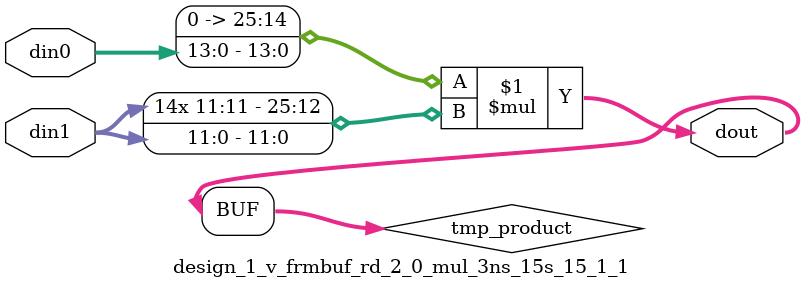
<source format=v>

`timescale 1 ns / 1 ps

  module design_1_v_frmbuf_rd_2_0_mul_3ns_15s_15_1_1(din0, din1, dout);
parameter ID = 1;
parameter NUM_STAGE = 0;
parameter din0_WIDTH = 14;
parameter din1_WIDTH = 12;
parameter dout_WIDTH = 26;

input [din0_WIDTH - 1 : 0] din0; 
input [din1_WIDTH - 1 : 0] din1; 
output [dout_WIDTH - 1 : 0] dout;

wire signed [dout_WIDTH - 1 : 0] tmp_product;











assign tmp_product = $signed({1'b0, din0}) * $signed(din1);










assign dout = tmp_product;







endmodule

</source>
